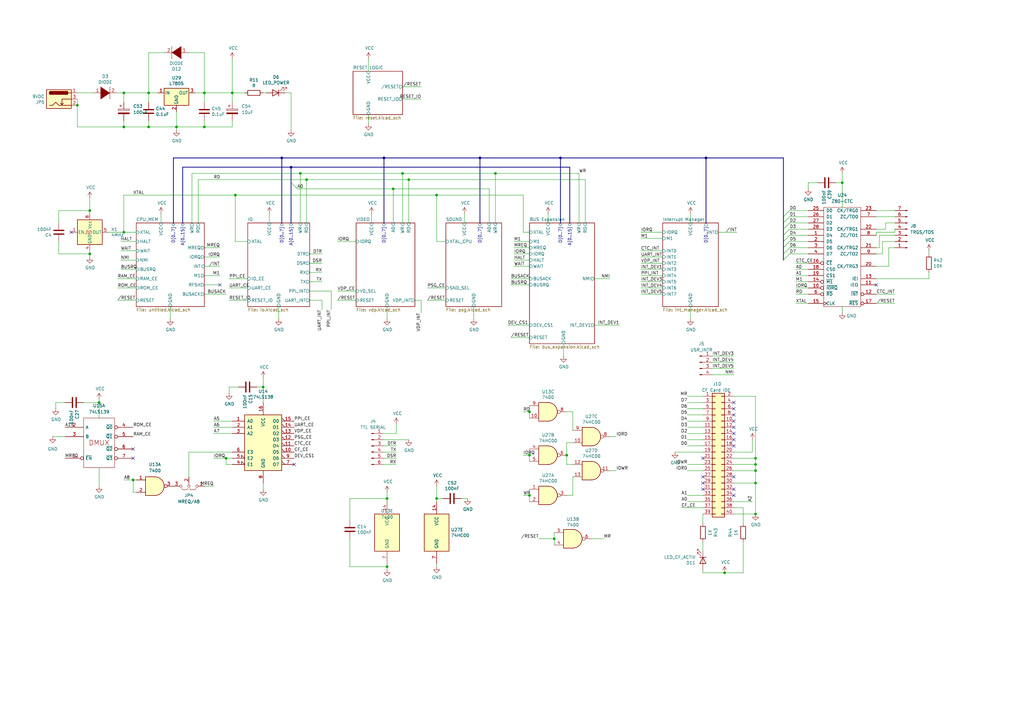
<source format=kicad_sch>
(kicad_sch (version 20211123) (generator eeschema)
  (paper "A3")
  (junction (at 309.88 198.12))
  (junction (at 179.07 80.01))
  (junction (at 309.88 193.04))
  (junction (at 179.07 204.47))
  (junction (at 125.73 73.66))
  (junction (at 60.96 52.07))
  (junction (at 83.82 52.07))
  (junction (at 161.29 77.47))
  (junction (at 217.17 203.2))
  (junction (at 229.87 64.77))
  (junction (at 83.82 38.1))
  (junction (at 217.17 186.69))
  (junction (at 297.18 234.95))
  (junction (at 95.25 38.1))
  (junction (at 36.83 104.14))
  (junction (at 217.17 168.91))
  (junction (at 54.61 196.85))
  (junction (at 345.44 74.93))
  (junction (at 60.96 38.1))
  (junction (at 72.39 52.07))
  (junction (at 232.41 186.69))
  (junction (at 165.1 71.12))
  (junction (at 107.95 158.75))
  (junction (at 50.8 38.1))
  (junction (at 227.33 220.98))
  (junction (at 203.2 71.12))
  (junction (at 115.57 64.77))
  (junction (at 123.19 71.12))
  (junction (at 119.38 68.58))
  (junction (at 31.75 43.18))
  (junction (at 36.83 86.36))
  (junction (at 158.75 204.47))
  (junction (at 40.64 165.1))
  (junction (at 196.85 64.77))
  (junction (at 158.75 232.41))
  (junction (at 50.8 52.07))
  (junction (at 309.88 187.96))
  (junction (at 309.88 190.5))
  (junction (at 289.56 64.77))
  (junction (at 92.71 187.96))
  (junction (at 167.64 73.66))
  (junction (at 50.8 95.25))
  (junction (at 157.48 64.77))
  (junction (at 309.88 210.82))
  (junction (at 96.52 80.01))
  (no_connect (at 288.29 198.12))
  (no_connect (at 300.99 177.8))
  (no_connect (at 120.65 190.5))
  (no_connect (at 300.99 170.18))
  (no_connect (at 288.29 187.96))
  (no_connect (at 300.99 165.1))
  (no_connect (at 300.99 195.58))
  (no_connect (at 300.99 172.72))
  (no_connect (at 54.61 184.15))
  (no_connect (at 54.61 187.96))
  (no_connect (at 90.17 116.84))
  (no_connect (at 300.99 182.88))
  (no_connect (at 300.99 180.34))
  (no_connect (at 288.29 195.58))
  (no_connect (at 300.99 200.66))
  (no_connect (at 300.99 175.26))
  (no_connect (at 359.41 116.84))
  (no_connect (at 300.99 167.64))
  (no_connect (at 288.29 200.66))
  (no_connect (at 300.99 203.2))
  (no_connect (at 29.21 95.25))
  (bus_entry (at 321.31 91.44) (size 2.54 -2.54))
  (bus_entry (at 321.31 93.98) (size 2.54 -2.54))
  (bus_entry (at 321.31 88.9) (size 2.54 -2.54))
  (bus_entry (at 321.31 101.6) (size 2.54 -2.54))
  (bus_entry (at 321.31 99.06) (size 2.54 -2.54))
  (bus_entry (at 321.31 96.52) (size 2.54 -2.54))
  (bus_entry (at 321.31 106.68) (size 2.54 -2.54))
  (bus_entry (at 321.31 104.14) (size 2.54 -2.54))
  (bus_entry (at 119.38 74.93) (size 2.54 2.54))
  (wire (pts (xy 326.39 113.03) (xy 331.47 113.03)))
  (wire (pts (xy 189.23 204.47) (xy 191.77 204.47)))
  (wire (pts (xy 190.5 87.63) (xy 190.5 91.44)))
  (bus (pts (xy 196.85 64.77) (xy 157.48 64.77)))
  (wire (pts (xy 92.71 187.96) (xy 95.25 187.96)))
  (wire (pts (xy 234.95 203.2) (xy 234.95 195.58)))
  (wire (pts (xy 262.89 105.41) (xy 271.78 105.41)))
  (wire (pts (xy 77.47 185.42) (xy 77.47 195.58)))
  (wire (pts (xy 50.8 38.1) (xy 50.8 41.91)))
  (wire (pts (xy 179.07 80.01) (xy 214.63 80.01)))
  (wire (pts (xy 60.96 52.07) (xy 72.39 52.07)))
  (wire (pts (xy 232.41 203.2) (xy 234.95 203.2)))
  (wire (pts (xy 288.29 185.42) (xy 276.86 185.42)))
  (bus (pts (xy 321.31 93.98) (xy 321.31 96.52)))
  (wire (pts (xy 288.29 177.8) (xy 281.94 177.8)))
  (wire (pts (xy 243.84 133.35) (xy 254 133.35)))
  (wire (pts (xy 165.1 71.12) (xy 165.1 91.44)))
  (wire (pts (xy 24.13 86.36) (xy 24.13 91.44)))
  (wire (pts (xy 162.56 187.96) (xy 157.48 187.96)))
  (wire (pts (xy 93.98 114.3) (xy 101.6 114.3)))
  (wire (pts (xy 95.25 190.5) (xy 92.71 190.5)))
  (wire (pts (xy 132.08 123.19) (xy 132.08 127)))
  (wire (pts (xy 93.98 158.75) (xy 97.79 158.75)))
  (wire (pts (xy 232.41 190.5) (xy 234.95 190.5)))
  (wire (pts (xy 179.07 80.01) (xy 179.07 99.06)))
  (wire (pts (xy 95.25 185.42) (xy 77.47 185.42)))
  (wire (pts (xy 36.83 86.36) (xy 36.83 87.63)))
  (wire (pts (xy 127 119.38) (xy 135.89 119.38)))
  (wire (pts (xy 250.19 179.07) (xy 252.73 179.07)))
  (wire (pts (xy 22.86 167.64) (xy 22.86 165.1)))
  (wire (pts (xy 262.89 118.11) (xy 271.78 118.11)))
  (wire (pts (xy 60.96 49.53) (xy 60.96 52.07)))
  (wire (pts (xy 60.96 38.1) (xy 64.77 38.1)))
  (wire (pts (xy 200.66 77.47) (xy 200.66 91.44)))
  (wire (pts (xy 31.75 38.1) (xy 38.1 38.1)))
  (wire (pts (xy 165.1 40.64) (xy 172.72 40.64)))
  (wire (pts (xy 135.89 119.38) (xy 135.89 127)))
  (wire (pts (xy 300.99 148.59) (xy 292.1 148.59)))
  (wire (pts (xy 309.88 162.56) (xy 300.99 162.56)))
  (wire (pts (xy 49.53 102.87) (xy 55.88 102.87)))
  (wire (pts (xy 288.29 205.74) (xy 281.94 205.74)))
  (wire (pts (xy 40.64 165.1) (xy 40.64 171.45)))
  (wire (pts (xy 119.38 38.1) (xy 116.84 38.1)))
  (wire (pts (xy 95.25 38.1) (xy 100.33 38.1)))
  (wire (pts (xy 49.53 110.49) (xy 55.88 110.49)))
  (wire (pts (xy 87.63 177.8) (xy 95.25 177.8)))
  (wire (pts (xy 345.44 71.12) (xy 345.44 74.93)))
  (wire (pts (xy 326.39 110.49) (xy 331.47 110.49)))
  (wire (pts (xy 125.73 73.66) (xy 167.64 73.66)))
  (wire (pts (xy 107.95 158.75) (xy 107.95 165.1)))
  (wire (pts (xy 83.82 120.65) (xy 92.71 120.65)))
  (wire (pts (xy 360.68 96.52) (xy 367.03 96.52)))
  (wire (pts (xy 95.25 24.13) (xy 95.25 38.1)))
  (wire (pts (xy 158.75 204.47) (xy 158.75 205.74)))
  (wire (pts (xy 36.83 104.14) (xy 36.83 105.41)))
  (bus (pts (xy 289.56 64.77) (xy 289.56 91.44)))
  (wire (pts (xy 342.9 74.93) (xy 345.44 74.93)))
  (wire (pts (xy 326.39 115.57) (xy 331.47 115.57)))
  (bus (pts (xy 321.31 101.6) (xy 321.31 104.14)))
  (wire (pts (xy 300.99 153.67) (xy 292.1 153.67)))
  (wire (pts (xy 262.89 110.49) (xy 271.78 110.49)))
  (wire (pts (xy 217.17 186.69) (xy 217.17 184.15)))
  (wire (pts (xy 152.4 87.63) (xy 152.4 91.44)))
  (wire (pts (xy 364.49 101.6) (xy 364.49 109.22)))
  (bus (pts (xy 115.57 64.77) (xy 115.57 91.44)))
  (wire (pts (xy 143.51 232.41) (xy 158.75 232.41)))
  (wire (pts (xy 143.51 220.98) (xy 143.51 232.41)))
  (wire (pts (xy 217.17 99.06) (xy 210.82 99.06)))
  (wire (pts (xy 288.29 214.63) (xy 288.29 210.82)))
  (bus (pts (xy 115.57 64.77) (xy 71.12 64.77)))
  (wire (pts (xy 40.64 163.83) (xy 40.64 165.1)))
  (wire (pts (xy 167.64 73.66) (xy 240.03 73.66)))
  (wire (pts (xy 105.41 158.75) (xy 107.95 158.75)))
  (wire (pts (xy 227.33 220.98) (xy 227.33 218.44)))
  (wire (pts (xy 31.75 43.18) (xy 31.75 52.07)))
  (wire (pts (xy 96.52 99.06) (xy 101.6 99.06)))
  (bus (pts (xy 321.31 88.9) (xy 321.31 64.77)))
  (wire (pts (xy 127 104.14) (xy 132.08 104.14)))
  (wire (pts (xy 288.29 167.64) (xy 281.94 167.64)))
  (bus (pts (xy 196.85 91.44) (xy 196.85 64.77)))
  (wire (pts (xy 83.82 41.91) (xy 83.82 38.1)))
  (wire (pts (xy 243.84 114.3) (xy 250.19 114.3)))
  (bus (pts (xy 321.31 91.44) (xy 321.31 93.98)))
  (bus (pts (xy 119.38 68.58) (xy 233.68 68.58)))
  (wire (pts (xy 175.26 118.11) (xy 182.88 118.11)))
  (wire (pts (xy 50.8 38.1) (xy 48.26 38.1)))
  (wire (pts (xy 34.29 165.1) (xy 40.64 165.1)))
  (wire (pts (xy 54.61 196.85) (xy 54.61 201.93)))
  (wire (pts (xy 359.41 124.46) (xy 367.03 124.46)))
  (wire (pts (xy 242.57 220.98) (xy 247.65 220.98)))
  (wire (pts (xy 138.43 99.06) (xy 146.05 99.06)))
  (wire (pts (xy 326.39 118.11) (xy 331.47 118.11)))
  (wire (pts (xy 172.72 123.19) (xy 172.72 128.27)))
  (wire (pts (xy 83.82 199.39) (xy 87.63 199.39)))
  (wire (pts (xy 24.13 104.14) (xy 36.83 104.14)))
  (bus (pts (xy 74.93 68.58) (xy 119.38 68.58)))
  (wire (pts (xy 300.99 185.42) (xy 308.61 185.42)))
  (wire (pts (xy 262.89 102.87) (xy 271.78 102.87)))
  (wire (pts (xy 283.21 125.73) (xy 283.21 130.81)))
  (wire (pts (xy 217.17 101.6) (xy 210.82 101.6)))
  (wire (pts (xy 158.75 233.68) (xy 158.75 232.41)))
  (wire (pts (xy 359.41 96.52) (xy 359.41 95.25)))
  (wire (pts (xy 162.56 182.88) (xy 157.48 182.88)))
  (wire (pts (xy 331.47 74.93) (xy 331.47 77.47)))
  (wire (pts (xy 300.99 151.13) (xy 292.1 151.13)))
  (wire (pts (xy 93.98 123.19) (xy 101.6 123.19)))
  (wire (pts (xy 50.8 196.85) (xy 54.61 196.85)))
  (wire (pts (xy 127 115.57) (xy 132.08 115.57)))
  (wire (pts (xy 95.25 41.91) (xy 95.25 38.1)))
  (wire (pts (xy 114.3 125.73) (xy 114.3 130.81)))
  (wire (pts (xy 323.85 101.6) (xy 331.47 101.6)))
  (wire (pts (xy 24.13 86.36) (xy 36.83 86.36)))
  (wire (pts (xy 83.82 101.6) (xy 90.17 101.6)))
  (wire (pts (xy 381 114.3) (xy 381 111.76)))
  (wire (pts (xy 48.26 123.19) (xy 55.88 123.19)))
  (wire (pts (xy 162.56 185.42) (xy 157.48 185.42)))
  (wire (pts (xy 78.74 71.12) (xy 123.19 71.12)))
  (wire (pts (xy 323.85 93.98) (xy 331.47 93.98)))
  (wire (pts (xy 162.56 190.5) (xy 157.48 190.5)))
  (wire (pts (xy 161.29 77.47) (xy 200.66 77.47)))
  (wire (pts (xy 262.89 115.57) (xy 271.78 115.57)))
  (wire (pts (xy 50.8 95.25) (xy 55.88 95.25)))
  (wire (pts (xy 309.88 193.04) (xy 309.88 190.5)))
  (wire (pts (xy 262.89 120.65) (xy 271.78 120.65)))
  (wire (pts (xy 232.41 181.61) (xy 232.41 186.69)))
  (wire (pts (xy 77.47 21.59) (xy 83.82 21.59)))
  (wire (pts (xy 309.88 187.96) (xy 309.88 162.56)))
  (wire (pts (xy 294.64 95.25) (xy 302.26 95.25)))
  (wire (pts (xy 179.07 205.74) (xy 179.07 204.47)))
  (wire (pts (xy 359.41 104.14) (xy 361.95 104.14)))
  (wire (pts (xy 262.89 97.79) (xy 271.78 97.79)))
  (wire (pts (xy 326.39 120.65) (xy 331.47 120.65)))
  (wire (pts (xy 288.29 170.18) (xy 281.94 170.18)))
  (wire (pts (xy 165.1 35.56) (xy 172.72 35.56)))
  (wire (pts (xy 203.2 71.12) (xy 237.49 71.12)))
  (wire (pts (xy 288.29 193.04) (xy 281.94 193.04)))
  (wire (pts (xy 345.44 128.27) (xy 345.44 125.73)))
  (wire (pts (xy 107.95 154.94) (xy 107.95 158.75)))
  (wire (pts (xy 217.17 203.2) (xy 217.17 200.66)))
  (wire (pts (xy 48.26 114.3) (xy 55.88 114.3)))
  (wire (pts (xy 359.41 120.65) (xy 367.03 120.65)))
  (wire (pts (xy 96.52 80.01) (xy 179.07 80.01)))
  (wire (pts (xy 83.82 21.59) (xy 83.82 38.1)))
  (wire (pts (xy 54.61 196.85) (xy 55.88 196.85)))
  (wire (pts (xy 297.18 234.95) (xy 304.8 234.95)))
  (wire (pts (xy 214.63 80.01) (xy 214.63 95.25)))
  (wire (pts (xy 83.82 38.1) (xy 95.25 38.1)))
  (wire (pts (xy 96.52 80.01) (xy 96.52 99.06)))
  (wire (pts (xy 36.83 86.36) (xy 36.83 81.28)))
  (wire (pts (xy 227.33 220.98) (xy 220.98 220.98)))
  (wire (pts (xy 36.83 102.87) (xy 36.83 104.14)))
  (bus (pts (xy 157.48 91.44) (xy 157.48 64.77)))
  (wire (pts (xy 209.55 116.84) (xy 217.17 116.84)))
  (wire (pts (xy 232.41 186.69) (xy 232.41 190.5)))
  (wire (pts (xy 203.2 71.12) (xy 203.2 91.44)))
  (wire (pts (xy 359.41 86.36) (xy 367.03 86.36)))
  (wire (pts (xy 31.75 52.07) (xy 50.8 52.07)))
  (wire (pts (xy 304.8 208.28) (xy 304.8 214.63)))
  (wire (pts (xy 217.17 171.45) (xy 217.17 168.91)))
  (wire (pts (xy 54.61 201.93) (xy 55.88 201.93)))
  (wire (pts (xy 138.43 119.38) (xy 146.05 119.38)))
  (wire (pts (xy 95.25 49.53) (xy 95.25 52.07)))
  (wire (pts (xy 224.79 87.63) (xy 224.79 91.44)))
  (wire (pts (xy 60.96 38.1) (xy 50.8 38.1)))
  (wire (pts (xy 49.53 106.68) (xy 55.88 106.68)))
  (wire (pts (xy 359.41 109.22) (xy 364.49 109.22)))
  (wire (pts (xy 232.41 181.61) (xy 234.95 181.61)))
  (wire (pts (xy 50.8 49.53) (xy 50.8 52.07)))
  (wire (pts (xy 345.44 74.93) (xy 345.44 85.09)))
  (wire (pts (xy 210.82 104.14) (xy 217.17 104.14)))
  (wire (pts (xy 288.29 203.2) (xy 281.94 203.2)))
  (wire (pts (xy 81.28 73.66) (xy 81.28 91.44)))
  (wire (pts (xy 288.29 172.72) (xy 281.94 172.72)))
  (wire (pts (xy 300.99 210.82) (xy 309.88 210.82)))
  (wire (pts (xy 48.26 118.11) (xy 55.88 118.11)))
  (wire (pts (xy 31.75 40.64) (xy 31.75 43.18)))
  (wire (pts (xy 110.49 87.63) (xy 110.49 91.44)))
  (wire (pts (xy 157.48 180.34) (xy 167.64 180.34)))
  (wire (pts (xy 24.13 99.06) (xy 24.13 104.14)))
  (wire (pts (xy 300.99 205.74) (xy 308.61 205.74)))
  (wire (pts (xy 367.03 95.25) (xy 367.03 93.98)))
  (wire (pts (xy 209.55 114.3) (xy 217.17 114.3)))
  (wire (pts (xy 240.03 73.66) (xy 240.03 91.44)))
  (wire (pts (xy 72.39 52.07) (xy 72.39 53.34)))
  (wire (pts (xy 44.45 95.25) (xy 50.8 95.25)))
  (wire (pts (xy 143.51 204.47) (xy 158.75 204.47)))
  (wire (pts (xy 50.8 52.07) (xy 60.96 52.07)))
  (wire (pts (xy 217.17 168.91) (xy 217.17 166.37)))
  (wire (pts (xy 107.95 38.1) (xy 109.22 38.1)))
  (wire (pts (xy 179.07 99.06) (xy 182.88 99.06)))
  (wire (pts (xy 93.98 118.11) (xy 101.6 118.11)))
  (wire (pts (xy 87.63 172.72) (xy 95.25 172.72)))
  (wire (pts (xy 359.41 95.25) (xy 367.03 95.25)))
  (wire (pts (xy 66.04 87.63) (xy 66.04 91.44)))
  (wire (pts (xy 288.29 208.28) (xy 279.4 208.28)))
  (wire (pts (xy 50.8 80.01) (xy 50.8 95.25)))
  (wire (pts (xy 300.99 198.12) (xy 309.88 198.12)))
  (wire (pts (xy 158.75 232.41) (xy 158.75 231.14)))
  (wire (pts (xy 361.95 99.06) (xy 367.03 99.06)))
  (wire (pts (xy 288.29 234.95) (xy 297.18 234.95)))
  (wire (pts (xy 361.95 104.14) (xy 361.95 99.06)))
  (wire (pts (xy 49.53 99.06) (xy 55.88 99.06)))
  (bus (pts (xy 119.38 74.93) (xy 119.38 91.44)))
  (wire (pts (xy 167.64 73.66) (xy 167.64 91.44)))
  (wire (pts (xy 170.18 123.19) (xy 172.72 123.19)))
  (wire (pts (xy 87.63 175.26) (xy 95.25 175.26)))
  (bus (pts (xy 321.31 88.9) (xy 321.31 91.44)))
  (wire (pts (xy 95.25 52.07) (xy 83.82 52.07)))
  (bus (pts (xy 321.31 96.52) (xy 321.31 99.06)))
  (wire (pts (xy 138.43 123.19) (xy 146.05 123.19)))
  (wire (pts (xy 250.19 193.04) (xy 252.73 193.04)))
  (wire (pts (xy 210.82 106.68) (xy 217.17 106.68)))
  (bus (pts (xy 289.56 64.77) (xy 321.31 64.77)))
  (wire (pts (xy 288.29 162.56) (xy 281.94 162.56)))
  (wire (pts (xy 127 107.95) (xy 132.08 107.95)))
  (wire (pts (xy 158.75 201.93) (xy 158.75 204.47)))
  (wire (pts (xy 60.96 41.91) (xy 60.96 38.1)))
  (wire (pts (xy 60.96 21.59) (xy 60.96 38.1)))
  (wire (pts (xy 300.99 208.28) (xy 304.8 208.28)))
  (wire (pts (xy 151.13 46.99) (xy 151.13 50.8)))
  (wire (pts (xy 69.85 125.73) (xy 69.85 130.81)))
  (wire (pts (xy 300.99 193.04) (xy 309.88 193.04)))
  (wire (pts (xy 326.39 124.46) (xy 331.47 124.46)))
  (wire (pts (xy 283.21 87.63) (xy 283.21 91.44)))
  (wire (pts (xy 323.85 91.44) (xy 331.47 91.44)))
  (wire (pts (xy 165.1 71.12) (xy 203.2 71.12)))
  (wire (pts (xy 359.41 88.9) (xy 367.03 88.9)))
  (wire (pts (xy 288.29 233.68) (xy 288.29 234.95)))
  (wire (pts (xy 323.85 99.06) (xy 331.47 99.06)))
  (bus (pts (xy 321.31 99.06) (xy 321.31 101.6)))
  (wire (pts (xy 72.39 45.72) (xy 72.39 52.07)))
  (wire (pts (xy 179.07 204.47) (xy 181.61 204.47)))
  (wire (pts (xy 80.01 38.1) (xy 83.82 38.1)))
  (wire (pts (xy 359.41 93.98) (xy 363.22 93.98)))
  (wire (pts (xy 107.95 198.12) (xy 107.95 200.66)))
  (bus (pts (xy 233.68 68.58) (xy 233.68 91.44)))
  (wire (pts (xy 363.22 91.44) (xy 367.03 91.44)))
  (wire (pts (xy 227.33 223.52) (xy 227.33 220.98)))
  (wire (pts (xy 179.07 204.47) (xy 179.07 199.39)))
  (wire (pts (xy 300.99 187.96) (xy 309.88 187.96)))
  (wire (pts (xy 127 123.19) (xy 132.08 123.19)))
  (wire (pts (xy 326.39 107.95) (xy 331.47 107.95)))
  (wire (pts (xy 300.99 190.5) (xy 309.88 190.5)))
  (wire (pts (xy 308.61 185.42) (xy 308.61 180.34)))
  (wire (pts (xy 363.22 93.98) (xy 363.22 91.44)))
  (wire (pts (xy 364.49 101.6) (xy 367.03 101.6)))
  (wire (pts (xy 83.82 116.84) (xy 90.17 116.84)))
  (bus (pts (xy 157.48 64.77) (xy 115.57 64.77)))
  (wire (pts (xy 262.89 113.03) (xy 271.78 113.03)))
  (wire (pts (xy 288.29 190.5) (xy 281.94 190.5)))
  (wire (pts (xy 123.19 71.12) (xy 165.1 71.12)))
  (wire (pts (xy 158.75 125.73) (xy 158.75 130.81)))
  (wire (pts (xy 127 111.76) (xy 132.08 111.76)))
  (wire (pts (xy 123.19 71.12) (xy 123.19 91.44)))
  (wire (pts (xy 288.29 165.1) (xy 281.94 165.1)))
  (bus (pts (xy 119.38 68.58) (xy 119.38 74.93)))
  (bus (pts (xy 229.87 64.77) (xy 229.87 91.44)))
  (wire (pts (xy 40.64 191.77) (xy 40.64 199.39)))
  (wire (pts (xy 300.99 146.05) (xy 292.1 146.05)))
  (wire (pts (xy 208.28 133.35) (xy 217.17 133.35)))
  (wire (pts (xy 121.92 77.47) (xy 161.29 77.47)))
  (wire (pts (xy 125.73 73.66) (xy 125.73 91.44)))
  (wire (pts (xy 288.29 175.26) (xy 281.94 175.26)))
  (wire (pts (xy 125.73 73.66) (xy 81.28 73.66)))
  (wire (pts (xy 87.63 187.96) (xy 92.71 187.96)))
  (wire (pts (xy 323.85 86.36) (xy 331.47 86.36)))
  (wire (pts (xy 83.82 52.07) (xy 72.39 52.07)))
  (wire (pts (xy 217.17 168.91) (xy 214.63 168.91)))
  (wire (pts (xy 359.41 114.3) (xy 381 114.3)))
  (wire (pts (xy 288.29 180.34) (xy 281.94 180.34)))
  (wire (pts (xy 83.82 49.53) (xy 83.82 52.07)))
  (wire (pts (xy 331.47 74.93) (xy 335.28 74.93)))
  (wire (pts (xy 119.38 53.34) (xy 119.38 38.1)))
  (wire (pts (xy 151.13 24.13) (xy 151.13 29.21)))
  (wire (pts (xy 179.07 232.41) (xy 179.07 231.14)))
  (bus (pts (xy 74.93 91.44) (xy 74.93 68.58)))
  (wire (pts (xy 217.17 205.74) (xy 217.17 203.2)))
  (wire (pts (xy 161.29 77.47) (xy 161.29 91.44)))
  (wire (pts (xy 78.74 91.44) (xy 78.74 71.12)))
  (wire (pts (xy 217.17 186.69) (xy 214.63 186.69)))
  (wire (pts (xy 143.51 213.36) (xy 143.51 204.47)))
  (wire (pts (xy 304.8 234.95) (xy 304.8 222.25)))
  (wire (pts (xy 83.82 105.41) (xy 90.17 105.41)))
  (wire (pts (xy 175.26 123.19) (xy 182.88 123.19)))
  (wire (pts (xy 323.85 104.14) (xy 331.47 104.14)))
  (wire (pts (xy 309.88 210.82) (xy 309.88 198.12)))
  (wire (pts (xy 21.59 179.07) (xy 26.67 179.07)))
  (bus (pts (xy 71.12 64.77) (xy 71.12 91.44)))
  (wire (pts (xy 92.71 190.5) (xy 92.71 187.96)))
  (wire (pts (xy 309.88 198.12) (xy 309.88 193.04)))
  (wire (pts (xy 96.52 80.01) (xy 50.8 80.01)))
  (wire (pts (xy 217.17 189.23) (xy 217.17 186.69)))
  (wire (pts (xy 323.85 88.9) (xy 331.47 88.9)))
  (wire (pts (xy 360.68 101.6) (xy 360.68 96.52)))
  (wire (pts (xy 210.82 109.22) (xy 217.17 109.22)))
  (wire (pts (xy 262.89 107.95) (xy 271.78 107.95)))
  (wire (pts (xy 194.31 125.73) (xy 194.31 130.81)))
  (wire (pts (xy 288.29 222.25) (xy 288.29 226.06)))
  (wire (pts (xy 288.29 182.88) (xy 281.94 182.88)))
  (bus (pts (xy 196.85 64.77) (xy 229.87 64.77)))
  (wire (pts (xy 22.86 165.1) (xy 26.67 165.1)))
  (wire (pts (xy 217.17 203.2) (xy 214.63 203.2)))
  (bus (pts (xy 321.31 104.14) (xy 321.31 106.68)))
  (wire (pts (xy 232.41 168.91) (xy 234.95 168.91)))
  (wire (pts (xy 162.56 173.99) (xy 162.56 177.8)))
  (wire (pts (xy 359.41 101.6) (xy 360.68 101.6)))
  (wire (pts (xy 234.95 168.91) (xy 234.95 176.53)))
  (wire (pts (xy 67.31 21.59) (xy 60.96 21.59)))
  (wire (pts (xy 381 102.87) (xy 381 104.14)))
  (wire (pts (xy 237.49 71.12) (xy 237.49 91.44)))
  (wire (pts (xy 214.63 95.25) (xy 217.17 95.25)))
  (bus (pts (xy 229.87 64.77) (xy 289.56 64.77)))
  (wire (pts (xy 83.82 113.03) (xy 90.17 113.03)))
  (wire (pts (xy 309.88 190.5) (xy 309.88 187.96)))
  (wire (pts (xy 93.98 161.29) (xy 93.98 158.75)))
  (wire (pts (xy 209.55 138.43) (xy 217.17 138.43)))
  (wire (pts (xy 83.82 109.22) (xy 90.17 109.22)))
  (wire (pts (xy 157.48 177.8) (xy 162.56 177.8)))
  (wire (pts (xy 231.14 140.97) (xy 231.14 146.05)))
  (wire (pts (xy 262.89 95.25) (xy 271.78 95.25)))
  (wire (pts (xy 323.85 96.52) (xy 331.47 96.52)))
  (label "CF_CE" (at 279.4 208.28 0))
  (label "A0" (at 281.94 205.74 180))
  (label "{slash}RESET" (at 175.26 123.19 0))
  (label "MREQ" (at 87.63 199.39 180))
  (label "D3" (at 323.85 93.98 0))
  (label "HALT" (at 210.82 106.68 0))
  (label "RAM_CE" (at 48.26 114.3 0))
  (label "MR" (at 247.65 220.98 0))
  (label "WR" (at 214.63 203.2 0))
  (label "NMI" (at 250.19 114.3 180))
  (label "INT_DEV4" (at 262.89 118.11 0))
  (label "IORD" (at 281.94 193.04 180))
  (label "A15" (at 26.67 175.26 0))
  (label "D4" (at 323.85 96.52 0))
  (label "M1" (at 262.89 97.79 0))
  (label "CTC_CE" (at 120.65 182.88 0))
  (label "INT_DEV4" (at 300.99 148.59 180))
  (label "WR" (at 237.49 71.12 0))
  (label "DEV_CS1" (at 120.65 187.96 0))
  (label "HALT" (at 49.53 99.06 0))
  (label "IORD" (at 252.73 179.07 0))
  (label "A5" (at 87.63 172.72 0))
  (label "RD" (at 326.39 120.65 0))
  (label "D5" (at 281.94 170.18 180))
  (label "D4" (at 281.94 172.72 180))
  (label "XTAL" (at 54.61 80.01 0))
  (label "UART_CE" (at 93.98 118.11 0))
  (label "RD" (at 214.63 168.91 0))
  (label "MREQ" (at 210.82 101.6 0))
  (label "BUSACK" (at 209.55 114.3 0))
  (label "INT_DEV1" (at 254 133.35 180))
  (label "D1" (at 323.85 88.9 0))
  (label "PSG_CE" (at 175.26 118.11 0))
  (label "RD" (at 87.63 73.66 0))
  (label "UART_INT" (at 132.08 127 270))
  (label "WAIT" (at 210.82 109.22 0))
  (label "RX" (at 162.56 190.5 180))
  (label "M1" (at 90.17 113.03 180))
  (label "IORQ" (at 214.63 186.69 0))
  (label "IOWR" (at 281.94 190.5 180))
  (label "PSG_CE" (at 120.65 180.34 0))
  (label "INT_DEV3" (at 300.99 146.05 180))
  (label "IORQ" (at 326.39 118.11 0))
  (label "{slash}RESET" (at 209.55 138.43 0))
  (label "WAIT" (at 49.53 102.87 0))
  (label "D2" (at 323.85 91.44 0))
  (label "RESET_IO" (at 172.72 40.64 180))
  (label "A0" (at 326.39 110.49 0))
  (label "CTC_CE" (at 326.39 107.95 0))
  (label "A7" (at 87.63 177.8 0))
  (label "D3" (at 281.94 175.26 180))
  (label "{slash}RESET" (at 138.43 123.19 0))
  (label "BUSRQ" (at 49.53 110.49 0))
  (label "TX" (at 132.08 115.57 180))
  (label "MR" (at 281.94 162.56 180))
  (label "D6" (at 281.94 167.64 180))
  (label "{slash}RESET" (at 220.98 220.98 180))
  (label "DSR" (at 132.08 107.95 180))
  (label "INT_DEV5" (at 262.89 120.65 0))
  (label "IORQ" (at 138.43 99.06 0))
  (label "MREQ" (at 26.67 187.96 0))
  (label "VDP_INT" (at 262.89 107.95 0))
  (label "ROM_CE" (at 48.26 118.11 0))
  (label "DTR" (at 132.08 104.14 180))
  (label "DSR" (at 162.56 187.96 180))
  (label "PPI_INT" (at 262.89 113.03 0))
  (label "A6" (at 87.63 175.26 0))
  (label "D7" (at 281.94 165.1 180))
  (label "{slash}RESET" (at 172.72 35.56 180))
  (label "D0" (at 281.94 182.88 180))
  (label "D1" (at 281.94 180.34 180))
  (label "TX" (at 162.56 185.42 180))
  (label "A0" (at 121.92 77.47 0))
  (label "PPI_INT" (at 135.89 127 270))
  (label "{slash}INT" (at 302.26 95.25 180))
  (label "D7" (at 323.85 104.14 0))
  (label "RX" (at 132.08 111.76 180))
  (label "RAM_CE" (at 54.61 179.07 0))
  (label "{slash}RESET" (at 48.26 123.19 0))
  (label "IORQ" (at 210.82 104.14 0))
  (label "A1" (at 281.94 203.2 180))
  (label "D5" (at 323.85 99.06 0))
  (label "RESET_IO" (at 93.98 123.19 0))
  (label "INT_DEV3" (at 262.89 115.57 0))
  (label "IOWR" (at 252.73 193.04 0))
  (label "BUSRQ" (at 209.55 116.84 0))
  (label "A8" (at 50.8 196.85 0))
  (label "NMI" (at 49.53 106.68 0))
  (label "PPI_CE" (at 93.98 114.3 0))
  (label "D6" (at 323.85 101.6 0))
  (label "VDP_INT" (at 172.72 128.27 270))
  (label "VDP_CE" (at 138.43 119.38 0))
  (label "PPI_CE" (at 120.65 172.72 0))
  (label "NMI" (at 300.99 153.67 180))
  (label "IORQ" (at 90.17 105.41 180))
  (label "D0" (at 323.85 86.36 0))
  (label "{slash}INT" (at 90.17 109.22 180))
  (label "UART_CE" (at 120.65 175.26 0))
  (label "DEV_CS1" (at 208.28 133.35 0))
  (label "IORQ" (at 262.89 95.25 0))
  (label "VDP_CE" (at 120.65 177.8 0))
  (label "CF_CE" (at 120.65 185.42 0))
  (label "A1" (at 326.39 113.03 0))
  (label "MREQ" (at 90.17 101.6 180))
  (label "M1" (at 210.82 99.06 0))
  (label "INT_DEV5" (at 300.99 151.13 180))
  (label "A2" (at 308.61 205.74 90))
  (label "BUSACK" (at 92.71 120.65 180))
  (label "INT_DEV1" (at 262.89 110.49 0))
  (label "IORQ" (at 87.63 187.96 0))
  (label "UART_INT" (at 262.89 105.41 0))
  (label "{slash}RESET" (at 367.03 124.46 180))
  (label "ROM_CE" (at 54.61 175.26 0))
  (label "DTR" (at 162.56 182.88 180))
  (label "D2" (at 281.94 177.8 180))
  (label "CTC_INT" (at 367.03 120.65 180))
  (label "XTAL" (at 326.39 124.46 0))
  (label "M1" (at 326.39 115.57 0))
  (label "CTC_INT" (at 262.89 102.87 0))
  (symbol (lib_id "power:VCC") (at 40.64 163.83 0) (unit 1)
    (property "Reference" "#PWR09" (effects hide))
    (property "Value" "VCC" (at 41.0718 159.4358 0))
  )
  (symbol (lib_id "74xx:74HC00") (at 224.79 186.69 0) (unit 2)
    (property "Reference" "U27" (at 224.79 178.435 0))
    (property "Value" "74HC00" (at 224.79 180.7464 0))
    (property "Footprint" "Package_DIP:DIP-14_W7.62mm" (effects hide))
    (property "Datasheet" "http://www.ti.com/lit/gpn/sn74hc00" (effects hide))
  )
  (symbol (lib_id "Device:C") (at 185.42 204.47 270) (unit 1)
    (property "Reference" "C52" (at 185.42 198.0692 90))
    (property "Value" "100nF" (at 185.42 200.3806 90))
    (property "Footprint" "Capacitor_THT:C_Disc_D7.0mm_W2.5mm_P5.00mm" (effects hide))
  )
  (symbol (lib_id "Device:LED") (at 288.29 229.87 270) (unit 1)
    (property "Reference" "D11" (at 285.3182 230.8606 90) (effects (justify right)))
    (property "Value" "LED_CF_ACTIV" (at 285.3182 228.5492 90) (effects (justify right)))
    (property "Footprint" "LED_THT:LED_D3.0mm" (effects hide))
  )
  (symbol (lib_id "power:VCC") (at 66.04 87.63 0) (unit 1)
    (property "Reference" "#PWR06" (effects hide))
    (property "Value" "VCC" (at 66.4718 83.2358 0))
  )
  (symbol (lib_id "power:GND") (at 283.21 130.81 0) (unit 1)
    (property "Reference" "#PWR04" (effects hide))
    (property "Value" "GND" (at 283.337 135.2042 0))
  )
  (symbol (lib_id "power:VCC") (at 224.79 87.63 0) (unit 1)
    (property "Reference" "#PWR018" (effects hide))
    (property "Value" "VCC" (at 225.2218 83.2358 0))
  )
  (symbol (lib_id "74xx:74HC00") (at 224.79 203.2 0) (unit 1)
    (property "Reference" "U27" (at 224.79 194.945 0))
    (property "Value" "74HC00" (at 224.79 197.2564 0))
    (property "Footprint" "Package_DIP:DIP-14_W7.62mm" (effects hide))
    (property "Datasheet" "http://www.ti.com/lit/gpn/sn74hc00" (effects hide))
  )
  (symbol (lib_id "power:GND") (at 345.44 128.27 0) (unit 1)
    (property "Reference" "#PWR069" (effects hide))
    (property "Value" "GND" (at 349.25 129.54 0))
  )
  (symbol (lib_id "power:GND") (at 114.3 130.81 0) (unit 1)
    (property "Reference" "#PWR011" (effects hide))
    (property "Value" "GND" (at 114.427 135.2042 0))
  )
  (symbol (lib_id "power:VCC") (at 345.44 71.12 0) (unit 1)
    (property "Reference" "#PWR060" (effects hide))
    (property "Value" "VCC" (at 345.8718 66.7258 0))
  )
  (symbol (lib_id "power:VCC") (at 162.56 173.99 0) (unit 1)
    (property "Reference" "#PWR020" (effects hide))
    (property "Value" "VCC" (at 162.9918 169.5958 0))
  )
  (symbol (lib_id "power:VCC") (at 283.21 87.63 0) (unit 1)
    (property "Reference" "#PWR03" (effects hide))
    (property "Value" "VCC" (at 283.6418 83.2358 0))
  )
  (symbol (lib_id "power:GND") (at 69.85 130.81 0) (unit 1)
    (property "Reference" "#PWR07" (effects hide))
    (property "Value" "GND" (at 69.977 135.2042 0))
  )
  (symbol (lib_id "power:GND") (at 276.86 185.42 0) (unit 1)
    (property "Reference" "#PWR079" (effects hide))
    (property "Value" "GND" (at 276.987 189.8142 0))
  )
  (symbol (lib_id "power:VCC") (at 36.83 81.28 0) (unit 1)
    (property "Reference" "#PWR0114" (effects hide))
    (property "Value" "VCC" (at 37.2618 76.8858 0))
  )
  (symbol (lib_id "Connector:Conn_01x06_Male") (at 152.4 182.88 0) (unit 1)
    (property "Reference" "J4" (at 153.035 172.72 0))
    (property "Value" "TTL SERIAL" (at 153.035 175.26 0))
    (property "Footprint" "Connector_PinHeader_2.54mm:PinHeader_1x06_P2.54mm_Vertical" (effects hide))
  )
  (symbol (lib_id "74xx_IEEE:74LS139") (at 40.64 181.61 0) (unit 1)
    (property "Reference" "U15" (at 40.64 166.37 0))
    (property "Value" "74LS139" (at 40.64 168.91 0))
    (property "Footprint" "Package_DIP:DIP-16_W7.62mm_Socket" (effects hide))
    (property "Datasheet" "http://www.ti.com/lit/ds/symlink/sn74ls139a.pdf" (effects hide))
  )
  (symbol (lib_id "Device:C") (at 339.09 74.93 270) (unit 1)
    (property "Reference" "C39" (at 340.2584 77.851 0) (effects (justify left)))
    (property "Value" "100nF" (at 337.947 77.851 0) (effects (justify left)))
    (property "Footprint" "Capacitor_THT:C_Disc_D7.0mm_W2.5mm_P5.00mm" (effects hide))
  )
  (symbol (lib_id "power:VCC") (at 158.75 201.93 0) (unit 1)
    (property "Reference" "#PWR08" (effects hide))
    (property "Value" "VCC" (at 159.1818 197.5358 0))
  )
  (symbol (lib_id "Jumper:Jumper_3_Open") (at 77.47 199.39 180) (unit 1)
    (property "Reference" "JP4" (at 77.47 203.2 0))
    (property "Value" "MREQ/A8" (at 77.47 205.74 0))
    (property "Footprint" "Connector_PinHeader_2.54mm:PinHeader_1x03_P2.54mm_Vertical" (effects hide))
  )
  (symbol (lib_id "power:GND") (at 179.07 232.41 0) (unit 1)
    (property "Reference" "#PWR072" (effects hide))
    (property "Value" "GND" (at 179.197 236.8042 0))
  )
  (symbol (lib_id "power:GND") (at 158.75 233.68 0) (unit 1)
    (property "Reference" "#PWR077" (effects hide))
    (property "Value" "GND" (at 158.877 238.0742 0))
  )
  (symbol (lib_id "74xx:74HC00") (at 234.95 220.98 0) (mirror x) (unit 2)
    (property "Reference" "U13" (at 234.95 212.9282 0))
    (property "Value" "7400" (at 234.95 215.2396 0))
    (property "Footprint" "Package_DIP:DIP-14_W7.62mm_LongPads" (effects hide))
    (property "Datasheet" "http://www.ti.com/lit/gpn/sn74hc00" (effects hide))
  )
  (symbol (lib_id "power:VCC") (at 110.49 87.63 0) (unit 1)
    (property "Reference" "#PWR010" (effects hide))
    (property "Value" "VCC" (at 110.9218 83.2358 0))
  )
  (symbol (lib_id "Device:C") (at 83.82 45.72 0) (unit 1)
    (property "Reference" "C45" (at 86.741 44.5516 0) (effects (justify left)))
    (property "Value" "0.1uF" (at 86.741 46.863 0) (effects (justify left)))
    (property "Footprint" "Capacitor_THT:C_Radial_D6.3mm_H5.0mm_P2.50mm" (effects hide))
  )
  (symbol (lib_id "Device:R") (at 381 107.95 180) (unit 1)
    (property "Reference" "R42" (at 382.778 106.7816 0) (effects (justify right)))
    (property "Value" "10K" (at 382.778 109.093 0) (effects (justify right)))
    (property "Footprint" "Resistor_THT:R_Axial_DIN0207_L6.3mm_D2.5mm_P10.16mm_Horizontal" (effects hide))
  )
  (symbol (lib_id "Connector:Conn_01x04_Male") (at 287.02 148.59 0) (unit 1)
    (property "Reference" "J5" (at 287.655 140.97 0))
    (property "Value" "USR_INTR" (at 287.655 143.51 0))
    (property "Footprint" "Connector_PinHeader_2.54mm:PinHeader_1x04_P2.54mm_Vertical" (effects hide))
  )
  (symbol (lib_id "power:GND") (at 158.75 130.81 0) (unit 1)
    (property "Reference" "#PWR015" (effects hide))
    (property "Value" "GND" (at 158.877 135.2042 0))
  )
  (symbol (lib_id "Device:R") (at 104.14 38.1 90) (unit 1)
    (property "Reference" "R11" (at 104.14 32.8422 90))
    (property "Value" "R" (at 104.14 35.1536 90))
    (property "Footprint" "Resistor_THT:R_Axial_DIN0207_L6.3mm_D2.5mm_P10.16mm_Horizontal" (effects hide))
  )
  (symbol (lib_id "Device:C") (at 24.13 95.25 180) (unit 1)
    (property "Reference" "C4" (at 21.209 96.4184 0) (effects (justify left)))
    (property "Value" "100nF" (at 21.209 94.107 0) (effects (justify left)))
    (property "Footprint" "Capacitor_THT:C_Disc_D7.0mm_W2.5mm_P5.00mm" (effects hide))
  )
  (symbol (lib_id "Device:C_Polarized") (at 50.8 45.72 0) (unit 1)
    (property "Reference" "C53" (at 54.61 43.5609 0) (effects (justify left)))
    (property "Value" "100uF" (at 54.61 46.1009 0) (effects (justify left)))
    (property "Footprint" "Capacitor_THT:CP_Radial_D8.0mm_P3.80mm" (effects hide))
  )
  (symbol (lib_id "74xx:74HC00") (at 242.57 193.04 0) (unit 4)
    (property "Reference" "U27" (at 242.57 184.785 0))
    (property "Value" "74HC00" (at 242.57 187.0964 0))
    (property "Footprint" "Package_DIP:DIP-14_W7.62mm" (effects hide))
    (property "Datasheet" "http://www.ti.com/lit/gpn/sn74hc00" (effects hide))
  )
  (symbol (lib_id "power:VCC") (at 381 102.87 0) (unit 1)
    (property "Reference" "#PWR070" (effects hide))
    (property "Value" "VCC" (at 381.4318 98.4758 0))
  )
  (symbol (lib_id "Device:C") (at 30.48 165.1 270) (unit 1)
    (property "Reference" "C27" (at 31.6484 168.021 0) (effects (justify left)))
    (property "Value" "100nF" (at 29.337 168.021 0) (effects (justify left)))
    (property "Footprint" "Capacitor_THT:C_Disc_D7.0mm_W2.5mm_P5.00mm" (effects hide))
  )
  (symbol (lib_id "power:GND") (at 167.64 180.34 0) (unit 1)
    (property "Reference" "#PWR021" (effects hide))
    (property "Value" "GND" (at 167.767 184.7342 0))
  )
  (symbol (lib_id "power:GND") (at 93.98 161.29 0) (unit 1)
    (property "Reference" "#PWR012" (effects hide))
    (property "Value" "GND" (at 94.107 165.6842 0))
  )
  (symbol (lib_id "74xx:74LS138") (at 107.95 180.34 0) (unit 1)
    (property "Reference" "U14" (at 107.95 160.5026 0))
    (property "Value" "74LS138" (at 107.95 162.814 0))
    (property "Footprint" "Package_DIP:DIP-16_W7.62mm_LongPads" (effects hide))
    (property "Datasheet" "http://www.ti.com/lit/gpn/sn74LS138" (effects hide))
  )
  (symbol (lib_id "power:GND") (at 36.83 105.41 0) (unit 1)
    (property "Reference" "#PWR0115" (effects hide))
    (property "Value" "GND" (at 36.957 109.8042 0))
  )
  (symbol (lib_id "74xx:74HC00") (at 224.79 168.91 0) (unit 3)
    (property "Reference" "U13" (at 224.79 160.655 0))
    (property "Value" "7400" (at 224.79 162.9664 0))
    (property "Footprint" "Package_DIP:DIP-14_W7.62mm_LongPads" (effects hide))
    (property "Datasheet" "http://www.ti.com/lit/gpn/sn74hc00" (effects hide))
  )
  (symbol (lib_id "power:GND") (at 194.31 130.81 0) (unit 1)
    (property "Reference" "#PWR017" (effects hide))
    (property "Value" "GND" (at 194.437 135.2042 0))
  )
  (symbol (lib_id "Device:C") (at 60.96 45.72 0) (unit 1)
    (property "Reference" "C44" (at 63.881 44.5516 0) (effects (justify left)))
    (property "Value" "0.1uF" (at 63.881 46.863 0) (effects (justify left)))
    (property "Footprint" "Capacitor_THT:C_Radial_D6.3mm_H5.0mm_P2.50mm" (effects hide))
  )
  (symbol (lib_id "power:GND") (at 231.14 146.05 0) (unit 1)
    (property "Reference" "#PWR019" (effects hide))
    (property "Value" "GND" (at 231.267 150.4442 0))
  )
  (symbol (lib_id "power:GND") (at 191.77 204.47 0) (unit 1)
    (property "Reference" "#PWR078" (effects hide))
    (property "Value" "GND" (at 191.897 208.8642 0))
  )
  (symbol (lib_id "74xx:74HC00") (at 242.57 179.07 0) (unit 3)
    (property "Reference" "U27" (at 242.57 170.815 0))
    (property "Value" "74HC00" (at 242.57 173.1264 0))
    (property "Footprint" "Package_DIP:DIP-14_W7.62mm" (effects hide))
    (property "Datasheet" "http://www.ti.com/lit/gpn/sn74hc00" (effects hide))
  )
  (symbol (lib_id "power:GND") (at 72.39 53.34 0) (unit 1)
    (property "Reference" "#PWR074" (effects hide))
    (property "Value" "GND" (at 72.517 57.7342 0))
  )
  (symbol (lib_id "power:VCC") (at 151.13 24.13 0) (unit 1)
    (property "Reference" "#PWR01" (effects hide))
    (property "Value" "VCC" (at 151.5618 19.7358 0))
  )
  (symbol (lib_id "Device:C") (at 143.51 217.17 0) (unit 1)
    (property "Reference" "C14" (at 146.431 216.0016 0) (effects (justify left)))
    (property "Value" "100nF" (at 146.431 218.313 0) (effects (justify left)))
    (property "Footprint" "Capacitor_THT:C_Disc_D7.0mm_W2.5mm_P5.00mm" (effects hide))
  )
  (symbol (lib_id "power:GND") (at 151.13 50.8 0) (unit 1)
    (property "Reference" "#PWR02" (effects hide))
    (property "Value" "GND" (at 151.257 55.1942 0))
  )
  (symbol (lib_id "Device:C") (at 101.6 158.75 270) (unit 1)
    (property "Reference" "C15" (at 102.7684 161.671 0) (effects (justify left)))
    (property "Value" "100nF" (at 100.457 161.671 0) (effects (justify left)))
    (property "Footprint" "Capacitor_THT:C_Disc_D7.0mm_W2.5mm_P5.00mm" (effects hide))
  )
  (symbol (lib_id "power:VCC") (at 190.5 87.63 0) (unit 1)
    (property "Reference" "#PWR016" (effects hide))
    (property "Value" "VCC" (at 190.9318 83.2358 0))
  )
  (symbol (lib_id "pspice:DIODE") (at 72.39 21.59 180) (unit 1)
    (property "Reference" "D12" (at 72.39 28.321 0))
    (property "Value" "DIODE" (at 72.39 26.0096 0))
    (property "Footprint" "Diode_THT:D_A-405_P7.62mm_Horizontal" (effects hide))
  )
  (symbol (lib_id "74xx:7400") (at 63.5 199.39 0) (unit 1)
    (property "Reference" "U13" (at 63.5 190.5 0))
    (property "Value" "7400" (at 63.5 193.04 0))
    (property "Footprint" "Package_DIP:DIP-14_W7.62mm_LongPads" (effects hide))
    (property "Datasheet" "http://www.ti.com/lit/gpn/sn7400" (effects hide))
  )
  (symbol (lib_id "power:GND") (at 40.64 199.39 0) (unit 1)
    (property "Reference" "#PWR0104" (effects hide))
    (property "Value" "GND" (at 40.767 203.7842 0))
  )
  (symbol (lib_id "Device:C_Polarized") (at 95.25 45.72 0) (unit 1)
    (property "Reference" "C54" (at 99.06 43.5609 0) (effects (justify left)))
    (property "Value" "10uF" (at 99.06 46.1009 0) (effects (justify left)))
    (property "Footprint" "Capacitor_THT:CP_Radial_D8.0mm_P3.80mm" (effects hide))
  )
  (symbol (lib_id "Connector:Barrel_Jack_Switch") (at 24.13 40.64 0) (unit 1)
    (property "Reference" "JP5" (at 18.288 41.91 0) (effects (justify right)))
    (property "Value" "9VDC" (at 18.288 39.5986 0) (effects (justify right)))
    (property "Footprint" "Connector_BarrelJack:BarrelJack_Wuerth_6941xx301002" (effects hide))
  )
  (symbol (lib_id "power:GND") (at 107.95 200.66 0) (unit 1)
    (property "Reference" "#PWR0105" (effects hide))
    (property "Value" "GND" (at 108.077 205.0542 0))
  )
  (symbol (lib_id "power:VCC") (at 152.4 87.63 0) (unit 1)
    (property "Reference" "#PWR014" (effects hide))
    (property "Value" "VCC" (at 152.8318 83.2358 0))
  )
  (symbol (lib_id "Connector_Generic:Conn_02x20_Odd_Even") (at 293.37 185.42 0) (unit 1)
    (property "Reference" "J10" (at 295.91 157.48 0) (effects (justify right)))
    (property "Value" "CF Card IDE" (at 299.72 160.02 0) (effects (justify right)))
    (property "Footprint" "Connector_IDC:IDC-Header_2x20_P2.54mm_Vertical" (effects hide))
  )
  (symbol (lib_id "Regulator_Linear:L7805") (at 72.39 38.1 0) (unit 1)
    (property "Reference" "U29" (at 72.39 31.9532 0))
    (property "Value" "L7805" (at 72.39 34.2646 0))
    (property "Footprint" "Package_TO_SOT_THT:TO-220-3_Horizontal_TabDown" (effects hide))
    (property "Datasheet" "http://www.st.com/content/ccc/resource/technical/document/datasheet/41/4f/b3/b0/12/d4/47/88/CD00000444.pdf/files/CD00000444.pdf/jcr:content/translations/en.CD00000444.pdf" (effects hide))
  )
  (symbol (lib_id "Device:LED") (at 113.03 38.1 180) (unit 1)
    (property "Reference" "D6" (at 113.2078 31.623 0))
    (property "Value" "LED_POWER" (at 113.2078 33.9344 0))
    (property "Footprint" "LED_THT:LED_D3.0mm" (effects hide))
  )
  (symbol (lib_id "Oscillator:CXO_DIP8") (at 36.83 95.25 0) (unit 1)
    (property "Reference" "X1" (at 45.5676 94.0816 0) (effects (justify left)))
    (property "Value" "4MHz" (at 45.5676 96.393 0) (effects (justify left)))
    (property "Footprint" "Oscillator:Oscillator_DIP-8" (effects hide))
    (property "Datasheet" "http://cdn-reichelt.de/documents/datenblatt/B400/OSZI.pdf" (effects hide))
  )
  (symbol (lib_id "74xx:74HC00") (at 179.07 218.44 0) (unit 5)
    (property "Reference" "U27" (at 184.912 217.2716 0) (effects (justify left)))
    (property "Value" "74HC00" (at 184.912 219.583 0) (effects (justify left)))
    (property "Footprint" "Package_DIP:DIP-14_W7.62mm" (effects hide))
    (property "Datasheet" "http://www.ti.com/lit/gpn/sn74hc00" (effects hide))
  )
  (symbol (lib_id "power:GND") (at 21.59 179.07 0) (unit 1)
    (property "Reference" "#PWR05" (effects hide))
    (property "Value" "GND" (at 21.59 184.15 0))
  )
  (symbol (lib_id "Connector:Conn_01x07_Male") (at 372.11 93.98 180) (unit 1)
    (property "Reference" "J8" (at 373.38 92.7099 0) (effects (justify right)))
    (property "Value" "TRGS/TOS" (at 373.38 95.2499 0) (effects (justify right)))
    (property "Footprint" "Connector_PinHeader_2.54mm:PinHeader_1x07_P2.54mm_Vertical" (effects hide))
  )
  (symbol (lib_id "power:GND") (at 309.88 210.82 0) (unit 1)
    (property "Reference" "#PWR0107" (effects hide))
    (property "Value" "GND" (at 310.007 215.2142 0))
  )
  (symbol (lib_id "power:VCC") (at 179.07 199.39 0) (unit 1)
    (property "Reference" "#PWR071" (effects hide))
    (property "Value" "VCC" (at 179.5018 194.9958 0))
  )
  (symbol (lib_id "ZILOG:Z80-CTC") (at 345.44 105.41 0) (unit 1)
    (property "Reference" "U24" (at 345.44 80.01 0))
    (property "Value" "Z80-CTC" (at 345.44 82.55 0))
    (property "Footprint" "Package_DIP:DIP-28_W15.24mm_LongPads" (effects hide))
  )
  (symbol (lib_id "power:GND") (at 22.86 167.64 0) (unit 1)
    (property "Reference" "#PWR022" (effects hide))
    (property "Value" "GND" (at 22.987 172.0342 0))
  )
  (symbol (lib_id "power:GND") (at 331.47 77.47 0) (unit 1)
    (property "Reference" "#PWR059" (effects hide))
    (property "Value" "GND" (at 331.597 81.8642 0))
  )
  (symbol (lib_id "power:VCC") (at 297.18 234.95 0) (unit 1)
    (property "Reference" "#PWR087" (effects hide))
    (property "Value" "VCC" (at 297.6118 230.5558 0))
  )
  (symbol (lib_id "power:GND") (at 119.38 53.34 0) (unit 1)
    (property "Reference" "#PWR076" (effects hide))
    (property "Value" "GND" (at 119.507 57.7342 0))
  )
  (symbol (lib_id "pspice:DIODE") (at 43.18 38.1 0) (unit 1)
    (property "Reference" "D3" (at 43.18 31.369 0))
    (property "Value" "DIODE" (at 43.18 33.6804 0))
    (property "Footprint" "Diode_THT:D_A-405_P7.62mm_Horizontal" (effects hide))
  )
  (symbol (lib_id "power:VCC") (at 107.95 154.94 0) (unit 1)
    (property "Reference" "#PWR013" (effects hide))
    (property "Value" "VCC" (at 108.3818 150.5458 0))
  )
  (symbol (lib_id "power:VCC") (at 308.61 180.34 0) (unit 1)
    (property "Reference" "#PWR0100" (effects hide))
    (property "Value" "VCC" (at 309.0418 175.9458 0))
  )
  (symbol (lib_id "74xx:7400") (at 158.75 218.44 0) (unit 5)
    (property "Reference" "U13" (at 158.75 209.55 0))
    (property "Value" "7400" (at 158.75 212.09 0))
    (property "Footprint" "Package_DIP:DIP-14_W7.62mm_LongPads" (effects hide))
    (property "Datasheet" "http://www.ti.com/lit/gpn/sn7400" (effects hide))
  )
  (symbol (lib_id "power:VCC") (at 95.25 24.13 0) (unit 1)
    (property "Reference" "#PWR075" (effects hide))
    (property "Value" "VCC" (at 95.6818 19.7358 0))
  )
  (symbol (lib_id "Device:R") (at 288.29 218.44 180) (unit 1)
    (property "Reference" "R43" (at 293.5478 218.44 90))
    (property "Value" "1K" (at 291.2364 218.44 90))
    (property "Footprint" "Resistor_THT:R_Axial_DIN0207_L6.3mm_D2.5mm_P10.16mm_Horizontal" (effects hide))
  )
  (symbol (lib_id "Device:R") (at 304.8 218.44 0) (unit 1)
    (property "Reference" "R44" (at 299.5422 218.44 90))
    (property "Value" "1K" (at 301.8536 218.44 90))
    (property "Footprint" "Resistor_THT:R_Axial_DIN0207_L6.3mm_D2.5mm_P10.16mm_Horizontal" (effects hide))
  )
  (sheet (at 271.78 91.44) (size 22.86 34.29) (stroke (width 0.1524))
    (property "Sheet name" "Interrupt Manager" (at 271.78 90.7284 0) (effects (justify left bottom)))
    (property "Sheet file" "int_manager.kicad_sch" (at 271.78 126.3146 0) (effects (justify left top)))
    (pin "M1" input (at 271.78 97.79 180))
    (pin "IORQ" input (at 271.78 95.25 180))
    (pin "INT0" input (at 271.78 102.87 180))
    (pin "INT6" input (at 271.78 118.11 180))
    (pin "INT2" input (at 271.78 107.95 180))
    (pin "INT4" input (at 271.78 113.03 180))
    (pin "INT3" input (at 271.78 110.49 180))
    (pin "INT7" input (at 271.78 120.65 180))
    (pin "INT1" input (at 271.78 105.41 180))
    (pin "INT5" input (at 271.78 115.57 180))
    (pin "INT" output (at 294.64 95.25 0))
    (pin "D[0..7]" output (at 289.56 91.44 90))
    (pin "GND" input (at 283.21 125.73 270))
    (pin "VCC" input (at 283.21 91.44 90))
  )
  (sheet (at 217.17 91.44) (size 26.67 49.53) (stroke (width 0.1524))
    (property "Sheet name" "BUS Expansion" (at 217.17 90.7284 0) (effects (justify left bottom)))
    (property "Sheet file" "bus_expansion.kicad_sch" (at 217.17 141.5546 0) (effects (justify left top)))
    (pin "D[0..7]" bidirectional (at 229.87 91.44 90))
    (pin "GND" input (at 231.14 140.97 270))
    (pin "VCC" input (at 224.79 91.44 90))
    (pin "DEV_CS1" input (at 217.17 133.35 180))
    (pin "INT_DEV1" output (at 243.84 133.35 0))
    (pin "A[0..15]" bidirectional (at 233.68 91.44 90))
    (pin "MREQ" input (at 217.17 101.6 180))
    (pin "HALT" input (at 217.17 106.68 180))
    (pin "RESET" input (at 217.17 138.43 180))
    (pin "M1" input (at 217.17 99.06 180))
    (pin "XTAL" input (at 217.17 95.25 180))
    (pin "NMI" output (at 243.84 114.3 0))
    (pin "RD" input (at 240.03 91.44 90))
    (pin "WR" input (at 237.49 91.44 90))
    (pin "BUSACK" input (at 217.17 114.3 180))
    (pin "BUSRQ" input (at 217.17 116.84 180))
    (pin "WAIT" input (at 217.17 109.22 180))
    (pin "IORQ" input (at 217.17 104.14 180))
  )
  (sheet (at 144.78 29.21) (size 20.32 17.78) (stroke (width 0.1524))
    (property "Sheet name" "RESET LOGIC" (at 144.78 28.4984 0) (effects (justify left bottom)))
    (property "Sheet file" "reset.kicad_sch" (at 144.78 47.5746 0) (effects (justify left top)))
    (pin "GND" input (at 151.13 46.99 270))
    (pin "VCC" input (at 151.13 29.21 90))
    (pin "{slash}RESET" output (at 165.1 35.56 0))
    (pin "RESET_IO" output (at 165.1 40.64 0))
  )
  (sheet (at 146.05 91.44) (size 24.13 34.29) (stroke (width 0.1524))
    (property "Sheet name" "VIDEO" (at 146.05 90.7284 0) (effects (justify left bottom)))
    (property "Sheet file" "vdp.kicad_sch" (at 146.05 126.3146 0) (effects (justify left top)))
    (pin "VD_SEL" input (at 146.05 119.38 180))
    (pin "WR" input (at 165.1 91.44 90))
    (pin "RD" input (at 167.64 91.44 90))
    (pin "VDP_INT" output (at 170.18 123.19 0))
    (pin "RESET" input (at 146.05 123.19 180))
    (pin "D[0..7]" bidirectional (at 157.48 91.44 90))
    (pin "A0" input (at 161.29 91.44 90))
    (pin "VCC" input (at 152.4 91.44 90))
    (pin "GND" input (at 158.75 125.73 270))
    (pin "IORQ" input (at 146.05 99.06 180))
  )
  (sheet (at 182.88 91.44) (size 22.86 34.29) (stroke (width 0.1524))
    (property "Sheet name" "SOUND" (at 182.88 90.7284 0) (effects (justify left bottom)))
    (property "Sheet file" "psg.kicad_sch" (at 182.88 126.3146 0) (effects (justify left top)))
    (pin "SND_SEL" input (at 182.88 118.11 180))
    (pin "D[0..7]" bidirectional (at 196.85 91.44 90))
    (pin "A0" input (at 200.66 91.44 90))
    (pin "WR" input (at 203.2 91.44 90))
    (pin "RESET" input (at 182.88 123.19 180))
    (pin "XTAL_CPU" input (at 182.88 99.06 180))
    (pin "GND" input (at 194.31 125.73 270))
    (pin "VCC" input (at 190.5 91.44 90))
  )
  (sheet (at 55.88 91.44) (size 27.94 34.29) (stroke (width 0.1524))
    (property "Sheet name" "CPU_MEM" (at 55.88 90.7284 0) (effects (justify left bottom)))
    (property "Sheet file" "untitled.kicad_sch" (at 55.88 126.3146 0) (effects (justify left top)))
    (pin "ROM_CE" input (at 55.88 118.11 180))
    (pin "RAM_CE" input (at 55.88 114.3 180))
    (pin "XTAL" input (at 55.88 95.25 180))
    (pin "NMI" input (at 55.88 106.68 180))
    (pin "WAIT" input (at 55.88 102.87 180))
    (pin "HALT" input (at 55.88 99.06 180))
    (pin "INT" input (at 83.82 109.22 0))
    (pin "M1" output (at 83.82 113.03 0))
    (pin "D[0..7]" bidirectional (at 71.12 91.44 90))
    (pin "A[0..15]" bidirectional (at 74.93 91.44 90))
    (pin "RESET" input (at 55.88 123.19 180))
    (pin "VCC" input (at 66.04 91.44 90))
    (pin "GND" input (at 69.85 125.73 270))
    (pin "RD" output (at 81.28 91.44 90))
    (pin "WR" output (at 78.74 91.44 90))
    (pin "MREQ" output (at 83.82 101.6 0))
    (pin "IORQ" output (at 83.82 105.41 0))
    (pin "RFSH" output (at 83.82 116.84 0))
    (pin "BUSRQ" input (at 55.88 110.49 180))
    (pin "BUSACK" output (at 83.82 120.65 0))
  )
  (sheet (at 101.6 91.44) (size 25.4 34.29) (stroke (width 0.1524))
    (property "Sheet name" "IO" (at 101.6 90.7284 0) (effects (justify left bottom)))
    (property "Sheet file" "io.kicad_sch" (at 101.6 126.3146 0) (effects (justify left top)))
    (pin "GND" input (at 114.3 125.73 270))
    (pin "VCC" input (at 110.49 91.44 90))
    (pin "IO_CE" input (at 101.6 114.3 180))
    (pin "A[0..15]" bidirectional (at 119.38 91.44 90))
    (pin "D[0..7]" bidirectional (at 115.57 91.44 90))
    (pin "UART_INT" output (at 127 123.19 0))
    (pin "UART_CE" input (at 101.6 118.11 180))
    (pin "DSR" output (at 127 107.95 0))
    (pin "RX" output (at 127 111.76 0))
    (pin "TX" output (at 127 115.57 0))
    (pin "DTR" output (at 127 104.14 0))
    (pin "WR" input (at 123.19 91.44 90))
    (pin "RD" input (at 125.73 91.44 90))
    (pin "RESET_IO" input (at 101.6 123.19 180))
    (pin "XTAL" input (at 101.6 99.06 180))
    (pin "PPI_INT" output (at 127 119.38 0))
  )
)
</source>
